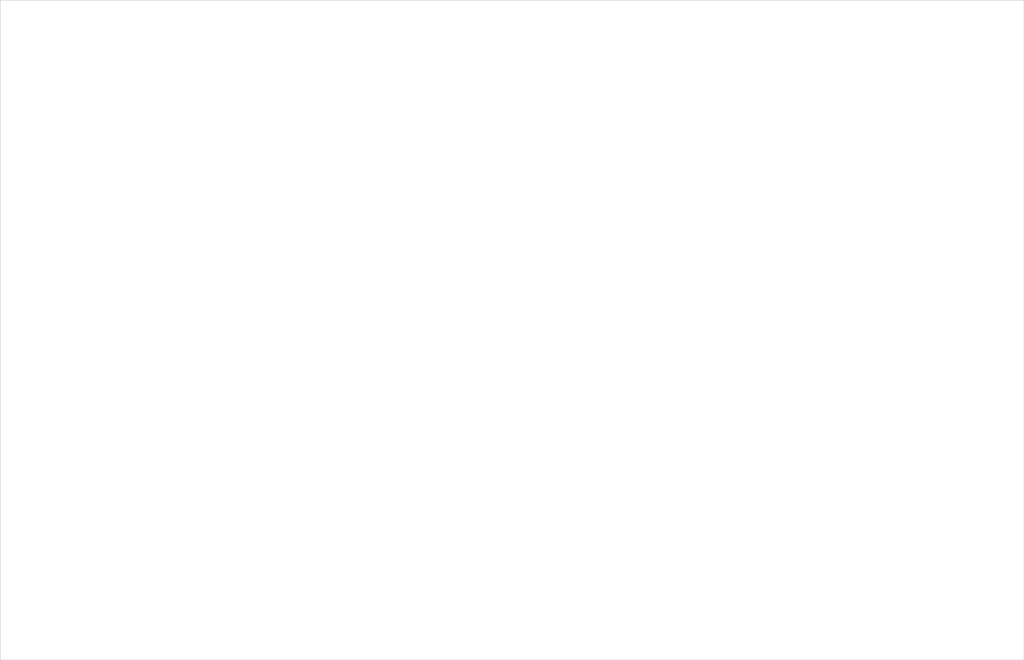
<source format=kicad_pcb>
(kicad_pcb
	(version 20240108)
	(generator "pcbnew")
	(generator_version "8.0")
	(general
		(thickness 1.6)
		(legacy_teardrops no)
	)
	(paper "A4")
	(title_block
		(title "Model Train Control - Power Supply")
		(date "2024-03-26")
		(rev "1")
	)
	(layers
		(0 "F.Cu" signal)
		(31 "B.Cu" signal)
		(32 "B.Adhes" user "B.Adhesive")
		(33 "F.Adhes" user "F.Adhesive")
		(34 "B.Paste" user)
		(35 "F.Paste" user)
		(36 "B.SilkS" user "B.Silkscreen")
		(37 "F.SilkS" user "F.Silkscreen")
		(38 "B.Mask" user)
		(39 "F.Mask" user)
		(40 "Dwgs.User" user "User.Drawings")
		(41 "Cmts.User" user "User.Comments")
		(42 "Eco1.User" user "User.Eco1")
		(43 "Eco2.User" user "User.Eco2")
		(44 "Edge.Cuts" user)
		(45 "Margin" user)
		(46 "B.CrtYd" user "B.Courtyard")
		(47 "F.CrtYd" user "F.Courtyard")
		(48 "B.Fab" user)
		(49 "F.Fab" user)
		(50 "User.1" user)
		(51 "User.2" user)
		(52 "User.3" user)
		(53 "User.4" user)
		(54 "User.5" user)
		(55 "User.6" user)
		(56 "User.7" user)
		(57 "User.8" user)
		(58 "User.9" user)
	)
	(setup
		(pad_to_mask_clearance 0)
		(allow_soldermask_bridges_in_footprints no)
		(pcbplotparams
			(layerselection 0x00010fc_ffffffff)
			(plot_on_all_layers_selection 0x0000000_00000000)
			(disableapertmacros no)
			(usegerberextensions no)
			(usegerberattributes yes)
			(usegerberadvancedattributes yes)
			(creategerberjobfile yes)
			(dashed_line_dash_ratio 12.000000)
			(dashed_line_gap_ratio 3.000000)
			(svgprecision 4)
			(plotframeref no)
			(viasonmask no)
			(mode 1)
			(useauxorigin no)
			(hpglpennumber 1)
			(hpglpenspeed 20)
			(hpglpendiameter 15.000000)
			(pdf_front_fp_property_popups yes)
			(pdf_back_fp_property_popups yes)
			(dxfpolygonmode yes)
			(dxfimperialunits yes)
			(dxfusepcbnewfont yes)
			(psnegative no)
			(psa4output no)
			(plotreference yes)
			(plotvalue yes)
			(plotfptext yes)
			(plotinvisibletext no)
			(sketchpadsonfab no)
			(subtractmaskfromsilk no)
			(outputformat 1)
			(mirror no)
			(drillshape 1)
			(scaleselection 1)
			(outputdirectory "")
		)
	)
	(net 0 "")
	(gr_rect
		(start 81.28 52.832)
		(end 164.846 106.68)
		(stroke
			(width 0.05)
			(type default)
		)
		(fill none)
		(layer "Edge.Cuts")
		(uuid "0fef77ca-e8cb-4654-ae34-01ec520696a8")
	)
)
</source>
